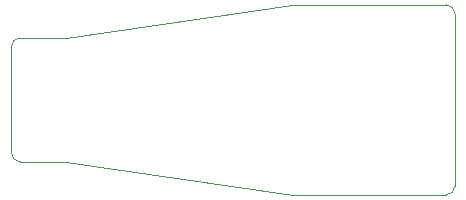
<source format=gm1>
G04 #@! TF.GenerationSoftware,KiCad,Pcbnew,6.0.2+dfsg-1*
G04 #@! TF.CreationDate,2023-01-01T13:43:32+01:00*
G04 #@! TF.ProjectId,ESP-TC-PROG,4553502d-5443-42d5-9052-4f472e6b6963,rev?*
G04 #@! TF.SameCoordinates,Original*
G04 #@! TF.FileFunction,Profile,NP*
%FSLAX46Y46*%
G04 Gerber Fmt 4.6, Leading zero omitted, Abs format (unit mm)*
G04 Created by KiCad (PCBNEW 6.0.2+dfsg-1) date 2023-01-01 13:43:32*
%MOMM*%
%LPD*%
G01*
G04 APERTURE LIST*
G04 #@! TA.AperFunction,Profile*
%ADD10C,0.050000*%
G04 #@! TD*
G04 APERTURE END LIST*
D10*
X105275000Y-105250000D02*
X101425000Y-105250000D01*
X137480000Y-108050000D02*
G75*
G03*
X138230000Y-107300000I0J750000D01*
G01*
X100675000Y-104500000D02*
G75*
G03*
X101425000Y-105250000I750000J0D01*
G01*
X100675000Y-104500000D02*
X100675000Y-95500000D01*
X124500000Y-108050000D02*
X105275000Y-105250000D01*
X138230000Y-92700000D02*
X138230000Y-107300000D01*
X101425000Y-94750000D02*
G75*
G03*
X100675000Y-95500000I0J-750000D01*
G01*
X105300000Y-94750000D02*
X124450000Y-91950000D01*
X101425000Y-94750000D02*
X105300000Y-94750000D01*
X138230000Y-92700000D02*
G75*
G03*
X137480000Y-91950000I-750000J0D01*
G01*
X137480000Y-108050000D02*
X124500000Y-108050000D01*
X124450000Y-91950000D02*
X137480000Y-91950000D01*
M02*

</source>
